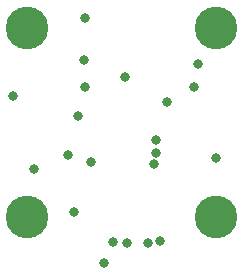
<source format=gbs>
G04 Layer_Color=8150272*
%FSLAX25Y25*%
%MOIN*%
G70*
G01*
G75*
%ADD35C,0.03162*%
%ADD36C,0.14186*%
D35*
X267520Y304531D02*
D03*
X266732Y300987D02*
D03*
X267520Y308861D02*
D03*
X226575Y299413D02*
D03*
X219882Y323822D02*
D03*
X237992Y304137D02*
D03*
X241339Y317129D02*
D03*
X281299Y334452D02*
D03*
X243504Y335633D02*
D03*
X245866Y301578D02*
D03*
X243701Y326578D02*
D03*
X280118Y326775D02*
D03*
X256890Y330121D02*
D03*
X271161Y321558D02*
D03*
X239892Y285039D02*
D03*
X249932Y268110D02*
D03*
X268829Y275197D02*
D03*
X257874Y274606D02*
D03*
X264567D02*
D03*
X253081Y275098D02*
D03*
X287402Y302854D02*
D03*
X243701Y349606D02*
D03*
D36*
X224410Y346457D02*
D03*
X287402D02*
D03*
Y283465D02*
D03*
X224410D02*
D03*
M02*

</source>
